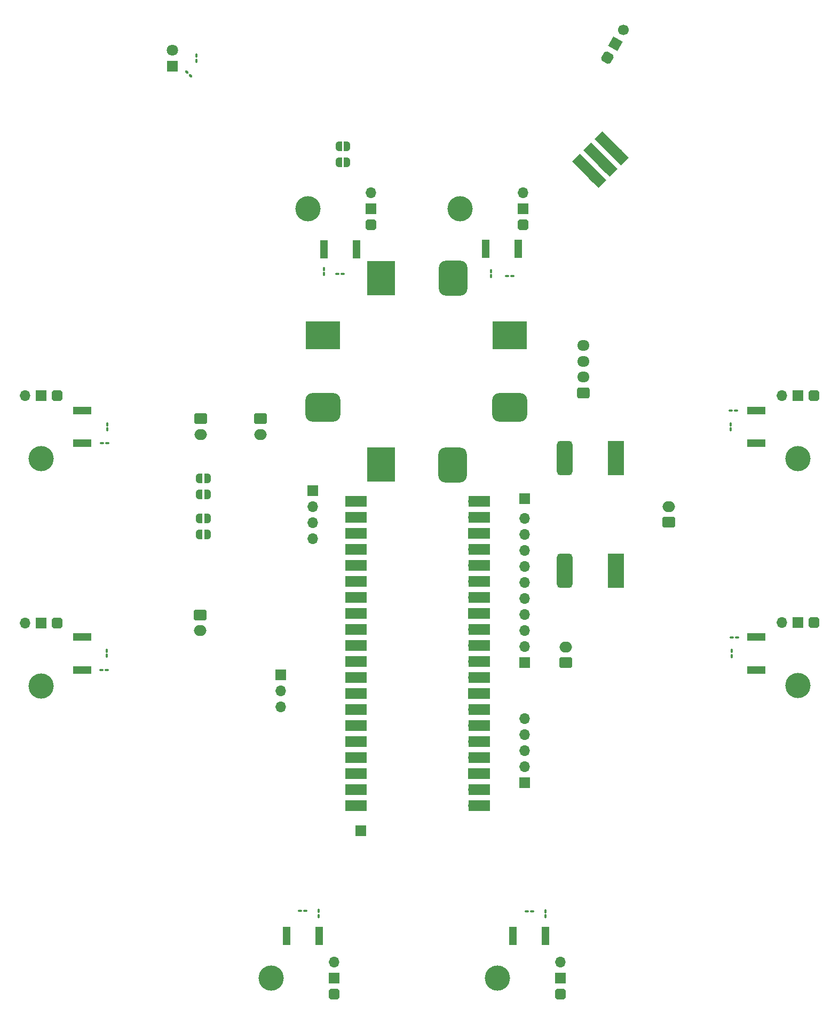
<source format=gts>
%TF.GenerationSoftware,KiCad,Pcbnew,7.0.9*%
%TF.CreationDate,2024-01-03T16:13:27+08:00*%
%TF.ProjectId,bottom-rounded,626f7474-6f6d-42d7-926f-756e6465642e,rev?*%
%TF.SameCoordinates,Original*%
%TF.FileFunction,Soldermask,Top*%
%TF.FilePolarity,Negative*%
%FSLAX46Y46*%
G04 Gerber Fmt 4.6, Leading zero omitted, Abs format (unit mm)*
G04 Created by KiCad (PCBNEW 7.0.9) date 2024-01-03 16:13:27*
%MOMM*%
%LPD*%
G01*
G04 APERTURE LIST*
G04 Aperture macros list*
%AMRoundRect*
0 Rectangle with rounded corners*
0 $1 Rounding radius*
0 $2 $3 $4 $5 $6 $7 $8 $9 X,Y pos of 4 corners*
0 Add a 4 corners polygon primitive as box body*
4,1,4,$2,$3,$4,$5,$6,$7,$8,$9,$2,$3,0*
0 Add four circle primitives for the rounded corners*
1,1,$1+$1,$2,$3*
1,1,$1+$1,$4,$5*
1,1,$1+$1,$6,$7*
1,1,$1+$1,$8,$9*
0 Add four rect primitives between the rounded corners*
20,1,$1+$1,$2,$3,$4,$5,0*
20,1,$1+$1,$4,$5,$6,$7,0*
20,1,$1+$1,$6,$7,$8,$9,0*
20,1,$1+$1,$8,$9,$2,$3,0*%
%AMHorizOval*
0 Thick line with rounded ends*
0 $1 width*
0 $2 $3 position (X,Y) of the first rounded end (center of the circle)*
0 $4 $5 position (X,Y) of the second rounded end (center of the circle)*
0 Add line between two ends*
20,1,$1,$2,$3,$4,$5,0*
0 Add two circle primitives to create the rounded ends*
1,1,$1,$2,$3*
1,1,$1,$4,$5*%
%AMRotRect*
0 Rectangle, with rotation*
0 The origin of the aperture is its center*
0 $1 length*
0 $2 width*
0 $3 Rotation angle, in degrees counterclockwise*
0 Add horizontal line*
21,1,$1,$2,0,0,$3*%
%AMOutline5P*
0 Free polygon, 5 corners , with rotation*
0 The origin of the aperture is its center*
0 number of corners: always 5*
0 $1 to $10 corner X, Y*
0 $11 Rotation angle, in degrees counterclockwise*
0 create outline with 5 corners*
4,1,5,$1,$2,$3,$4,$5,$6,$7,$8,$9,$10,$1,$2,$11*%
%AMOutline6P*
0 Free polygon, 6 corners , with rotation*
0 The origin of the aperture is its center*
0 number of corners: always 6*
0 $1 to $12 corner X, Y*
0 $13 Rotation angle, in degrees counterclockwise*
0 create outline with 6 corners*
4,1,6,$1,$2,$3,$4,$5,$6,$7,$8,$9,$10,$11,$12,$1,$2,$13*%
%AMOutline7P*
0 Free polygon, 7 corners , with rotation*
0 The origin of the aperture is its center*
0 number of corners: always 7*
0 $1 to $14 corner X, Y*
0 $15 Rotation angle, in degrees counterclockwise*
0 create outline with 7 corners*
4,1,7,$1,$2,$3,$4,$5,$6,$7,$8,$9,$10,$11,$12,$13,$14,$1,$2,$15*%
%AMOutline8P*
0 Free polygon, 8 corners , with rotation*
0 The origin of the aperture is its center*
0 number of corners: always 8*
0 $1 to $16 corner X, Y*
0 $17 Rotation angle, in degrees counterclockwise*
0 create outline with 8 corners*
4,1,8,$1,$2,$3,$4,$5,$6,$7,$8,$9,$10,$11,$12,$13,$14,$15,$16,$1,$2,$17*%
%AMFreePoly0*
4,1,19,0.500000,-0.750000,0.000000,-0.750000,0.000000,-0.744911,-0.071157,-0.744911,-0.207708,-0.704816,-0.327430,-0.627875,-0.420627,-0.520320,-0.479746,-0.390866,-0.500000,-0.250000,-0.500000,0.250000,-0.479746,0.390866,-0.420627,0.520320,-0.327430,0.627875,-0.207708,0.704816,-0.071157,0.744911,0.000000,0.744911,0.000000,0.750000,0.500000,0.750000,0.500000,-0.750000,0.500000,-0.750000,
$1*%
%AMFreePoly1*
4,1,19,0.000000,0.744911,0.071157,0.744911,0.207708,0.704816,0.327430,0.627875,0.420627,0.520320,0.479746,0.390866,0.500000,0.250000,0.500000,-0.250000,0.479746,-0.390866,0.420627,-0.520320,0.327430,-0.627875,0.207708,-0.704816,0.071157,-0.744911,0.000000,-0.744911,0.000000,-0.750000,-0.500000,-0.750000,-0.500000,0.750000,0.000000,0.750000,0.000000,0.744911,0.000000,0.744911,
$1*%
G04 Aperture macros list end*
%ADD10R,2.500000X5.500000*%
%ADD11R,2.000000X2.000000*%
%ADD12RoundRect,0.625000X-0.625000X2.125000X-0.625000X-2.125000X0.625000X-2.125000X0.625000X2.125000X0*%
%ADD13C,2.000000*%
%ADD14RoundRect,0.100000X-0.217500X-0.100000X0.217500X-0.100000X0.217500X0.100000X-0.217500X0.100000X0*%
%ADD15R,4.528000X5.544000*%
%ADD16R,1.700000X1.700000*%
%ADD17C,1.700000*%
%ADD18RoundRect,1.132000X1.132000X1.640000X-1.132000X1.640000X-1.132000X-1.640000X1.132000X-1.640000X0*%
%ADD19C,4.000000*%
%ADD20Outline8P,-0.850000X0.510000X-0.510000X0.850000X0.510000X0.850000X0.850000X0.510000X0.850000X-0.510000X0.510000X-0.850000X-0.510000X-0.850000X-0.850000X-0.510000X270.000000*%
%ADD21O,1.700000X1.700000*%
%ADD22RoundRect,0.100000X0.217500X0.100000X-0.217500X0.100000X-0.217500X-0.100000X0.217500X-0.100000X0*%
%ADD23FreePoly0,0.000000*%
%ADD24FreePoly1,0.000000*%
%ADD25R,3.500000X1.700000*%
%ADD26R,1.190000X3.000000*%
%ADD27RoundRect,0.100000X-0.100000X0.217500X-0.100000X-0.217500X0.100000X-0.217500X0.100000X0.217500X0*%
%ADD28RoundRect,0.250000X0.750000X-0.600000X0.750000X0.600000X-0.750000X0.600000X-0.750000X-0.600000X0*%
%ADD29O,2.000000X1.700000*%
%ADD30RoundRect,0.250000X-0.750000X0.600000X-0.750000X-0.600000X0.750000X-0.600000X0.750000X0.600000X0*%
%ADD31Outline8P,-0.850000X0.510000X-0.510000X0.850000X0.510000X0.850000X0.850000X0.510000X0.850000X-0.510000X0.510000X-0.850000X-0.510000X-0.850000X-0.850000X-0.510000X180.000000*%
%ADD32RoundRect,0.250000X0.725000X-0.600000X0.725000X0.600000X-0.725000X0.600000X-0.725000X-0.600000X0*%
%ADD33O,1.950000X1.700000*%
%ADD34R,3.000000X1.190000*%
%ADD35R,5.544000X4.528000*%
%ADD36RoundRect,1.132000X1.640000X-1.132000X1.640000X1.132000X-1.640000X1.132000X-1.640000X-1.132000X0*%
%ADD37RoundRect,0.100000X0.100000X-0.217500X0.100000X0.217500X-0.100000X0.217500X-0.100000X-0.217500X0*%
%ADD38Outline8P,-0.850000X0.510000X-0.510000X0.850000X0.510000X0.850000X0.850000X0.510000X0.850000X-0.510000X0.510000X-0.850000X-0.510000X-0.850000X-0.850000X-0.510000X150.000000*%
%ADD39RotRect,1.700000X1.700000X150.000000*%
%ADD40HorizOval,1.700000X0.000000X0.000000X0.000000X0.000000X0*%
%ADD41RoundRect,0.100000X0.224506X-0.083085X-0.083085X0.224506X-0.224506X0.083085X0.083085X-0.224506X0*%
%ADD42R,1.800000X1.800000*%
%ADD43C,1.800000*%
%ADD44Outline8P,-0.850000X0.510000X-0.510000X0.850000X0.510000X0.850000X0.850000X0.510000X0.850000X-0.510000X0.510000X-0.850000X-0.510000X-0.850000X-0.850000X-0.510000X135.000000*%
%ADD45RotRect,1.700000X5.969000X225.000000*%
%ADD46RotRect,1.700000X1.700000X135.000000*%
%ADD47HorizOval,1.700000X0.000000X0.000000X0.000000X0.000000X0*%
G04 APERTURE END LIST*
D10*
%TO.C,V2*%
X121130000Y-87562042D03*
D11*
X121142200Y-89262042D03*
X121130000Y-103762042D03*
D10*
X121130000Y-105462042D03*
D12*
X113017800Y-87562042D03*
D13*
X113030000Y-89262042D03*
X113030000Y-103762042D03*
D12*
X113030000Y-105462042D03*
%TD*%
D14*
%TO.C,R7*%
X139495700Y-115976400D03*
X140310700Y-115976400D03*
%TD*%
%TO.C,R6*%
X139342200Y-80060800D03*
X140157200Y-80060800D03*
%TD*%
D15*
%TO.C,V3*%
X83823727Y-88618857D03*
D16*
X82553727Y-86840857D03*
X85093727Y-86840857D03*
X82553727Y-60840857D03*
X85093727Y-60840857D03*
D15*
X83823727Y-59040857D03*
D17*
X93983727Y-60840857D03*
X96523727Y-60840857D03*
D18*
X95253727Y-59040857D03*
X95231727Y-88640857D03*
D17*
X93983727Y-86840857D03*
X96523727Y-86840857D03*
%TD*%
D19*
%TO.C,T2*%
X29972000Y-87663642D03*
D20*
X32512000Y-77663642D03*
D16*
X29972000Y-77663642D03*
D21*
X27432000Y-77663642D03*
%TD*%
D22*
%TO.C,R3*%
X40336300Y-121158000D03*
X39521300Y-121158000D03*
%TD*%
D23*
%TO.C,JP1*%
X55004500Y-99655000D03*
D24*
X56304500Y-99655000D03*
%TD*%
D23*
%TO.C,JP6*%
X77186000Y-40640000D03*
D24*
X78486000Y-40640000D03*
%TD*%
D21*
%TO.C,U1*%
X98530000Y-142680000D03*
D25*
X99430000Y-142680000D03*
D21*
X98530000Y-140140000D03*
D25*
X99430000Y-140140000D03*
D16*
X98530000Y-137600000D03*
D25*
X99430000Y-137600000D03*
D21*
X98530000Y-135060000D03*
D25*
X99430000Y-135060000D03*
D21*
X98530000Y-132520000D03*
D25*
X99430000Y-132520000D03*
D21*
X98530000Y-129980000D03*
D25*
X99430000Y-129980000D03*
D21*
X98530000Y-127440000D03*
D25*
X99430000Y-127440000D03*
D16*
X98530000Y-124900000D03*
D25*
X99430000Y-124900000D03*
D21*
X98530000Y-122360000D03*
D25*
X99430000Y-122360000D03*
D21*
X98530000Y-119820000D03*
D25*
X99430000Y-119820000D03*
D21*
X98530000Y-117280000D03*
D25*
X99430000Y-117280000D03*
D21*
X98530000Y-114740000D03*
D25*
X99430000Y-114740000D03*
D16*
X98530000Y-112200000D03*
D25*
X99430000Y-112200000D03*
D21*
X98530000Y-109660000D03*
D25*
X99430000Y-109660000D03*
D21*
X98530000Y-107120000D03*
D25*
X99430000Y-107120000D03*
D21*
X98530000Y-104580000D03*
D25*
X99430000Y-104580000D03*
D21*
X98530000Y-102040000D03*
D25*
X99430000Y-102040000D03*
D16*
X98530000Y-99500000D03*
D25*
X99430000Y-99500000D03*
D21*
X98530000Y-96960000D03*
D25*
X99430000Y-96960000D03*
D21*
X98530000Y-94420000D03*
D25*
X99430000Y-94420000D03*
D21*
X80750000Y-94420000D03*
D25*
X79850000Y-94420000D03*
D21*
X80750000Y-96960000D03*
D25*
X79850000Y-96960000D03*
D16*
X80750000Y-99500000D03*
D25*
X79850000Y-99500000D03*
D21*
X80750000Y-102040000D03*
D25*
X79850000Y-102040000D03*
D21*
X80750000Y-104580000D03*
D25*
X79850000Y-104580000D03*
D21*
X80750000Y-107120000D03*
D25*
X79850000Y-107120000D03*
D21*
X80750000Y-109660000D03*
D25*
X79850000Y-109660000D03*
D16*
X80750000Y-112200000D03*
D25*
X79850000Y-112200000D03*
D21*
X80750000Y-114740000D03*
D25*
X79850000Y-114740000D03*
D21*
X80750000Y-117280000D03*
D25*
X79850000Y-117280000D03*
D21*
X80750000Y-119820000D03*
D25*
X79850000Y-119820000D03*
D21*
X80750000Y-122360000D03*
D25*
X79850000Y-122360000D03*
D16*
X80750000Y-124900000D03*
D25*
X79850000Y-124900000D03*
D21*
X80750000Y-127440000D03*
D25*
X79850000Y-127440000D03*
D21*
X80750000Y-129980000D03*
D25*
X79850000Y-129980000D03*
D21*
X80750000Y-132520000D03*
D25*
X79850000Y-132520000D03*
D21*
X80750000Y-135060000D03*
D25*
X79850000Y-135060000D03*
D16*
X80750000Y-137600000D03*
D25*
X79850000Y-137600000D03*
D21*
X80750000Y-140140000D03*
D25*
X79850000Y-140140000D03*
D21*
X80750000Y-142680000D03*
D25*
X79850000Y-142680000D03*
%TD*%
D26*
%TO.C,D4*%
X68844500Y-163333000D03*
X74034500Y-163333000D03*
%TD*%
D16*
%TO.C,J3*%
X67945000Y-121920000D03*
D21*
X67945000Y-124460000D03*
X67945000Y-127000000D03*
%TD*%
D27*
%TO.C,R8*%
X109931200Y-159409300D03*
X109931200Y-160224300D03*
%TD*%
D28*
%TO.C,J1*%
X113140000Y-119995000D03*
D29*
X113140000Y-117495000D03*
%TD*%
D27*
%TO.C,C7*%
X139496800Y-118159700D03*
X139496800Y-118974700D03*
%TD*%
D30*
%TO.C,J9*%
X55135000Y-112415000D03*
D29*
X55135000Y-114915000D03*
%TD*%
D19*
%TO.C,T3*%
X29972000Y-123731642D03*
D20*
X32512000Y-113731642D03*
D16*
X29972000Y-113731642D03*
D21*
X27432000Y-113731642D03*
%TD*%
D19*
%TO.C,T4*%
X66387358Y-170053000D03*
D31*
X76387358Y-172593000D03*
D16*
X76387358Y-170053000D03*
D21*
X76387358Y-167513000D03*
%TD*%
D27*
%TO.C,C6*%
X139344400Y-82193300D03*
X139344400Y-83008300D03*
%TD*%
D19*
%TO.C,T7*%
X149987000Y-123604642D03*
D20*
X152527000Y-113604642D03*
D16*
X149987000Y-113604642D03*
D21*
X147447000Y-113604642D03*
%TD*%
D23*
%TO.C,JP5*%
X77186000Y-38100000D03*
D24*
X78486000Y-38100000D03*
%TD*%
D14*
%TO.C,C5*%
X103859500Y-58724800D03*
X104674500Y-58724800D03*
%TD*%
D30*
%TO.C,J12*%
X64770000Y-81320000D03*
D29*
X64770000Y-83820000D03*
%TD*%
D32*
%TO.C,J2*%
X115951000Y-77223000D03*
D33*
X115951000Y-74723000D03*
X115951000Y-72223000D03*
X115951000Y-69723000D03*
%TD*%
D22*
%TO.C,C8*%
X107799800Y-159410400D03*
X106984800Y-159410400D03*
%TD*%
D19*
%TO.C,T8*%
X102328358Y-170053000D03*
D31*
X112328358Y-172593000D03*
D16*
X112328358Y-170053000D03*
D21*
X112328358Y-167513000D03*
%TD*%
D34*
%TO.C,D3*%
X36438000Y-115961500D03*
X36438000Y-121151500D03*
%TD*%
D35*
%TO.C,V1*%
X74676000Y-68072000D03*
D16*
X76454000Y-66802000D03*
X76454000Y-69342000D03*
X102454000Y-66802000D03*
X102454000Y-69342000D03*
D35*
X104254000Y-68072000D03*
D17*
X102454000Y-78232000D03*
X102454000Y-80772000D03*
D36*
X104254000Y-79502000D03*
X74654000Y-79480000D03*
D17*
X76454000Y-78232000D03*
X76454000Y-80772000D03*
%TD*%
D19*
%TO.C,T5*%
X96359358Y-48006000D03*
D31*
X106359358Y-50546000D03*
D16*
X106359358Y-48006000D03*
D21*
X106359358Y-45466000D03*
%TD*%
D37*
%TO.C,C3*%
X40335200Y-118923900D03*
X40335200Y-118108900D03*
%TD*%
D26*
%TO.C,D1*%
X79999500Y-54472000D03*
X74809500Y-54472000D03*
%TD*%
D16*
%TO.C,J5*%
X106680000Y-139065000D03*
D21*
X106680000Y-136525000D03*
X106680000Y-133985000D03*
X106680000Y-131445000D03*
X106680000Y-128905000D03*
%TD*%
D19*
%TO.C,T1*%
X72296000Y-48006000D03*
D31*
X82296000Y-50546000D03*
D16*
X82296000Y-48006000D03*
D21*
X82296000Y-45466000D03*
%TD*%
D23*
%TO.C,JP3*%
X55004500Y-93305000D03*
D24*
X56304500Y-93305000D03*
%TD*%
D28*
%TO.C,J11*%
X129540000Y-97750000D03*
D29*
X129540000Y-95250000D03*
%TD*%
D22*
%TO.C,R2*%
X40437900Y-85191600D03*
X39622900Y-85191600D03*
%TD*%
D14*
%TO.C,C1*%
X76959800Y-58369200D03*
X77774800Y-58369200D03*
%TD*%
D37*
%TO.C,R5*%
X101346000Y-58725900D03*
X101346000Y-57910900D03*
%TD*%
D19*
%TO.C,T6*%
X149987000Y-87630000D03*
D20*
X152527000Y-77630000D03*
D16*
X149987000Y-77630000D03*
D21*
X147447000Y-77630000D03*
%TD*%
D38*
%TO.C,T9*%
X119761000Y-24037331D03*
D39*
X121031000Y-21837626D03*
D40*
X122301000Y-19637922D03*
%TD*%
D16*
%TO.C,J4*%
X73025000Y-92710000D03*
D21*
X73025000Y-95250000D03*
X73025000Y-97790000D03*
X73025000Y-100330000D03*
%TD*%
D30*
%TO.C,J10*%
X55245000Y-81320000D03*
D29*
X55245000Y-83820000D03*
%TD*%
D22*
%TO.C,C4*%
X71833400Y-159359600D03*
X71018400Y-159359600D03*
%TD*%
D37*
%TO.C,R9*%
X54610000Y-24537500D03*
X54610000Y-23722500D03*
%TD*%
%TO.C,C2*%
X40436800Y-83008300D03*
X40436800Y-82193300D03*
%TD*%
D41*
%TO.C,C9*%
X53628146Y-26958146D03*
X53051854Y-26381854D03*
%TD*%
D16*
%TO.C,J7*%
X106680000Y-93980000D03*
%TD*%
%TO.C,J8*%
X80645000Y-146685000D03*
%TD*%
D34*
%TO.C,D6*%
X143383000Y-85217000D03*
X143383000Y-80027000D03*
%TD*%
D23*
%TO.C,JP4*%
X55004500Y-90765000D03*
D24*
X56304500Y-90765000D03*
%TD*%
D37*
%TO.C,R1*%
X74828400Y-58371400D03*
X74828400Y-57556400D03*
%TD*%
D42*
%TO.C,D9*%
X50800000Y-25400000D03*
D43*
X50800000Y-22860000D03*
%TD*%
D34*
%TO.C,D2*%
X36438000Y-80020500D03*
X36438000Y-85210500D03*
%TD*%
D16*
%TO.C,J6*%
X106680000Y-120015000D03*
D21*
X106680000Y-117475000D03*
X106680000Y-114935000D03*
X106680000Y-112395000D03*
X106680000Y-109855000D03*
X106680000Y-107315000D03*
X106680000Y-104775000D03*
X106680000Y-102235000D03*
X106680000Y-99695000D03*
X106680000Y-97155000D03*
%TD*%
D26*
%TO.C,D8*%
X104785500Y-163333000D03*
X109975500Y-163333000D03*
%TD*%
D34*
%TO.C,D7*%
X143394000Y-121147500D03*
X143394000Y-115957500D03*
%TD*%
D26*
%TO.C,D5*%
X105664000Y-54356000D03*
X100474000Y-54356000D03*
%TD*%
D23*
%TO.C,JP2*%
X55004500Y-97115000D03*
D24*
X56304500Y-97115000D03*
%TD*%
D44*
%TO.C,T10*%
X117748582Y-42926309D03*
D45*
X116850556Y-42028283D03*
D46*
X119544633Y-41130258D03*
D45*
X118646608Y-40232232D03*
D47*
X121340684Y-39334207D03*
D45*
X120442658Y-38436182D03*
%TD*%
D27*
%TO.C,R4*%
X73964800Y-159358500D03*
X73964800Y-160173500D03*
%TD*%
M02*

</source>
